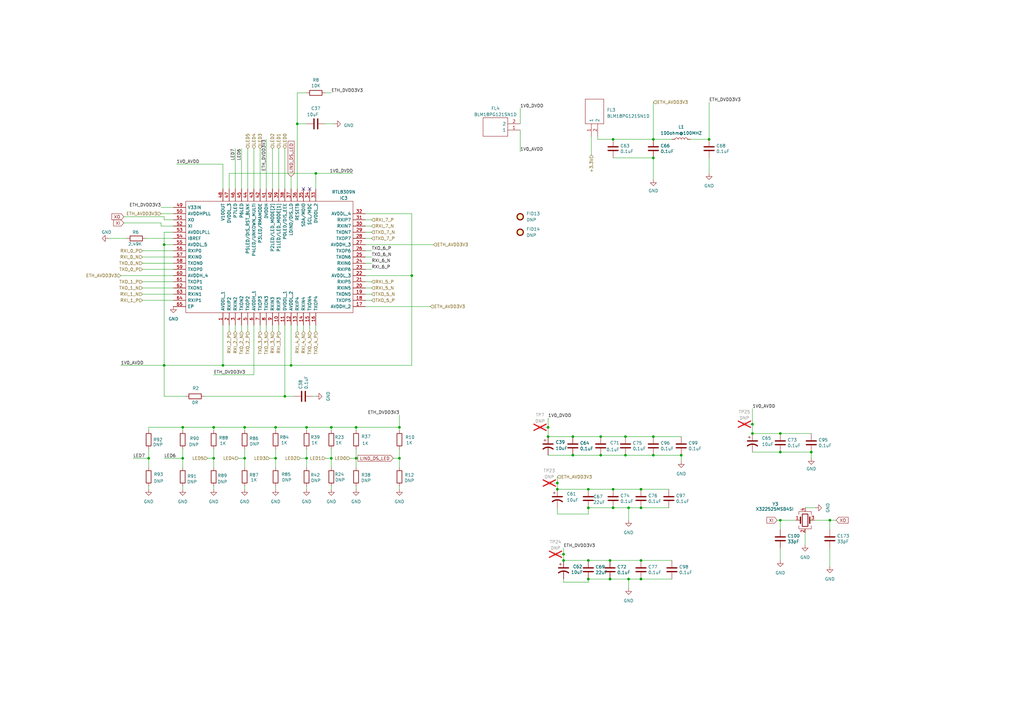
<source format=kicad_sch>
(kicad_sch (version 20231120) (generator "eeschema") (generator_version "8.0")
  (paper "A3")
  (lib_symbols
    (symbol "BLM18PG121SN1D:BLM18PG121SN1D" (pin_names (offset 0.762))
      (property "Reference" "FL" (at 16.51 7.62 0))
      (property "Value" "BLM18PG121SN1D" (at 16.51 5.08 0))
      (symbol "BLM18PG121SN1D_0_0"
        (pin passive line (at 0 0 0) (length 5.08) (name "1") (number "1"))
        (pin passive line (at 0 -2.54 0) (length 5.08) (name "2") (number "2"))
      )
      (symbol "BLM18PG121SN1D_0_1"
        (polyline (pts (xy 5.08 2.54) (xy 15.24 2.54) (xy 15.24 -5.08) (xy 5.08 -5.08) (xy 5.08 2.54)) (stroke (width 0.1524)))
      )
    )
    (symbol "Connector:TestPoint" (pin_numbers hide) (pin_names (offset 0.762) hide)
      (property "Reference" "TP" (at 0 6.858 0))
      (property "Value" "TestPoint" (at 0 5.08 0))
      (symbol "TestPoint_0_1"
        (circle (center 0 3.302) (radius 0.762))
      )
      (symbol "TestPoint_1_1"
        (pin passive line (at 0 0 90) (length 2.54) (name "1") (number "1"))
      )
    )
    (symbol "Device:C" (pin_numbers hide) (pin_names (offset 0.254))
      (property "Reference" "C" (at 0.635 2.54 0))
      (property "Value" "C" (at 0.635 -2.54 0))
      (symbol "C_0_1"
        (polyline (pts (xy -2.032 -0.762) (xy 2.032 -0.762)) (stroke (width 0.508)))
        (polyline (pts (xy -2.032 0.762) (xy 2.032 0.762)) (stroke (width 0.508)))
      )
      (symbol "C_1_1"
        (pin passive line (at 0 3.81 270) (length 2.794) (name "~") (number "1"))
        (pin passive line (at 0 -3.81 90) (length 2.794) (name "~") (number "2"))
      )
    )
    (symbol "Device:C_Polarized_US" (pin_numbers hide) (pin_names (offset 0.254) hide)
      (property "Reference" "C" (at 0.635 2.54 0))
      (property "Value" "C_Polarized_US" (at 0.635 -2.54 0))
      (symbol "C_Polarized_US_0_1"
        (polyline (pts (xy -2.032 0.762) (xy 2.032 0.762)) (stroke (width 0.508)))
        (polyline (pts (xy -1.778 2.286) (xy -0.762 2.286)))
        (polyline (pts (xy -1.27 1.778) (xy -1.27 2.794)))
        (arc (start 2.032 -1.27) (mid 0 -0.5572) (end -2.032 -1.27) (stroke (width 0.508)))
      )
      (symbol "C_Polarized_US_1_1"
        (pin passive line (at 0 3.81 270) (length 2.794) (name "~") (number "1"))
        (pin passive line (at 0 -3.81 90) (length 3.302) (name "~") (number "2"))
      )
    )
    (symbol "Device:Crystal_GND2" (pin_names (offset 1.016) hide)
      (property "Reference" "Y" (at -6.604 4.318 0))
      (property "Value" "Crystal_GND2" (at -10.414 -2.794 0))
      (symbol "Crystal_GND2_0_1"
        (rectangle (start -1.143 2.54) (end 1.143 -2.54) (stroke (width 0.3048)))
        (polyline (pts (xy -2.54 0) (xy -1.905 0)))
        (polyline (pts (xy -1.905 -1.27) (xy -1.905 1.27)) (stroke (width 0.508)))
        (polyline (pts (xy 0 -3.81) (xy 0 -3.556)))
        (polyline (pts (xy 0 3.81) (xy 0 3.556)))
        (polyline (pts (xy 1.905 0) (xy 2.54 0)))
        (polyline (pts (xy 1.905 1.27) (xy 1.905 -1.27)) (stroke (width 0.508)))
        (polyline (pts (xy -2.54 -2.286) (xy -2.54 -3.556) (xy 2.54 -3.556) (xy 2.54 -2.286)))
        (polyline (pts (xy 2.54 2.286) (xy 2.54 3.556) (xy -2.54 3.556) (xy -2.54 2.286)))
      )
      (symbol "Crystal_GND2_1_1"
        (pin passive line (at -3.81 0 0) (length 1.27) (name "1") (number "1"))
        (pin passive line (at 0 -5.08 90) (length 1.27) (name "2") (number "2"))
        (pin passive line (at 3.81 0 180) (length 1.27) (name "3") (number "3"))
        (pin passive line (at 0 5.08 270) (length 1.27) (name "4") (number "4"))
      )
    )
    (symbol "Device:L" (pin_numbers hide) (pin_names (offset 1.016) hide)
      (property "Reference" "L" (at -1.27 0 90))
      (property "Value" "L" (at 1.905 0 90))
      (symbol "L_0_1"
        (arc (start 0 -2.54) (mid 0.6323 -1.905) (end 0 -1.27))
        (arc (start 0 -1.27) (mid 0.6323 -0.635) (end 0 0))
        (arc (start 0 0) (mid 0.6323 0.635) (end 0 1.27))
        (arc (start 0 1.27) (mid 0.6323 1.905) (end 0 2.54))
      )
      (symbol "L_1_1"
        (pin passive line (at 0 3.81 270) (length 1.27) (name "1") (number "1"))
        (pin passive line (at 0 -3.81 90) (length 1.27) (name "2") (number "2"))
      )
    )
    (symbol "Device:R" (pin_numbers hide) (pin_names (offset 0))
      (property "Reference" "R" (at 2.032 0 90))
      (property "Value" "R" (at 0 0 90))
      (symbol "R_0_1"
        (rectangle (start -1.016 -2.54) (end 1.016 2.54) (stroke (width 0.254)))
      )
      (symbol "R_1_1"
        (pin passive line (at 0 3.81 270) (length 1.27) (name "~") (number "1"))
        (pin passive line (at 0 -3.81 90) (length 1.27) (name "~") (number "2"))
      )
    )
    (symbol "Mechanical:Fiducial"
      (property "Reference" "FID" (at 0 5.08 0))
      (property "Value" "Fiducial" (at 0 3.175 0))
      (symbol "Fiducial_0_1"
        (circle (center 0 0) (radius 1.27) (stroke (width 0.508)) (fill (type background)))
      )
    )
    (symbol "RTL8309N:RTL8309N" (pin_names (offset 0.762))
      (property "Reference" "IC" (at 52.07 20.32 0))
      (property "Value" "RTL8309N" (at 52.07 17.78 0))
      (symbol "RTL8309N_0_0"
        (pin passive line (at 0 0 0) (length 5.08) (name "AVDDL_1") (number "1"))
        (pin passive line (at 0 -22.86 0) (length 5.08) (name "RXIP3") (number "10"))
        (pin passive line (at 0 -25.4 0) (length 5.08) (name "DVDDL_1") (number "11"))
        (pin passive line (at 0 -27.94 0) (length 5.08) (name "AVDDL_2") (number "12"))
        (pin passive line (at 0 -30.48 0) (length 5.08) (name "RXIP4") (number "13"))
        (pin passive line (at 0 -33.02 0) (length 5.08) (name "RXIN4") (number "14"))
        (pin passive line (at 0 -35.56 0) (length 5.08) (name "TXON4") (number "15"))
        (pin passive line (at 0 -38.1 0) (length 5.08) (name "TXOP4") (number "16"))
        (pin passive line (at 7.62 -58.42 90) (length 5.08) (name "AVDDH_2") (number "17"))
        (pin passive line (at 10.16 -58.42 90) (length 5.08) (name "TXOP5") (number "18"))
        (pin passive line (at 12.7 -58.42 90) (length 5.08) (name "TXON5") (number "19"))
        (pin passive line (at 0 -2.54 0) (length 5.08) (name "RXIP2") (number "2"))
        (pin passive line (at 15.24 -58.42 90) (length 5.08) (name "RXIN5") (number "20"))
        (pin passive line (at 17.78 -58.42 90) (length 5.08) (name "RXIP5") (number "21"))
        (pin passive line (at 20.32 -58.42 90) (length 5.08) (name "AVDDL_3") (number "22"))
        (pin passive line (at 22.86 -58.42 90) (length 5.08) (name "RXIP6") (number "23"))
        (pin passive line (at 25.4 -58.42 90) (length 5.08) (name "RXIN6") (number "24"))
        (pin passive line (at 27.94 -58.42 90) (length 5.08) (name "TXON6") (number "25"))
        (pin passive line (at 30.48 -58.42 90) (length 5.08) (name "TXOP6") (number "26"))
        (pin passive line (at 33.02 -58.42 90) (length 5.08) (name "AVDDH_3") (number "27"))
        (pin passive line (at 35.56 -58.42 90) (length 5.08) (name "TXOP7") (number "28"))
        (pin passive line (at 38.1 -58.42 90) (length 5.08) (name "TXON7") (number "29"))
        (pin passive line (at 0 -5.08 0) (length 5.08) (name "RXIN2") (number "3"))
        (pin passive line (at 40.64 -58.42 90) (length 5.08) (name "RXIN7") (number "30"))
        (pin passive line (at 43.18 -58.42 90) (length 5.08) (name "RXIP7") (number "31"))
        (pin passive line (at 45.72 -58.42 90) (length 5.08) (name "AVDDL_4") (number "32"))
        (pin passive line (at 55.88 -38.1 180) (length 5.08) (name "DVDDL_2") (number "33"))
        (pin passive line (at 55.88 -35.56 180) (length 5.08) (name "SCL/MDC") (number "34"))
        (pin passive line (at 55.88 -33.02 180) (length 5.08) (name "SDA/MDIO") (number "35"))
        (pin passive line (at 55.88 -30.48 180) (length 5.08) (name "RESETB") (number "36"))
        (pin passive line (at 55.88 -27.94 180) (length 5.08) (name "LDIND/DIS_LD") (number "37"))
        (pin passive line (at 55.88 -25.4 180) (length 5.08) (name "P0LED/DIS_EEE") (number "38"))
        (pin passive line (at 55.88 -22.86 180) (length 5.08) (name "P1LED/LED_MODE[1]") (number "39"))
        (pin passive line (at 0 -7.62 0) (length 5.08) (name "TXON2") (number "4"))
        (pin passive line (at 55.88 -20.32 180) (length 5.08) (name "P2LED/LED_MODE[2]") (number "40"))
        (pin passive line (at 55.88 -17.78 180) (length 5.08) (name "DVDDH") (number "41"))
        (pin passive line (at 55.88 -15.24 180) (length 5.08) (name "P3LED/RMAMODE") (number "42"))
        (pin passive line (at 55.88 -12.7 180) (length 5.08) (name "P4LED/UNKOWN_MULTI") (number "43"))
        (pin passive line (at 55.88 -10.16 180) (length 5.08) (name "P5LED/DIS_RST_BLNK") (number "44"))
        (pin passive line (at 55.88 -7.62 180) (length 5.08) (name "P6LED") (number "45"))
        (pin passive line (at 55.88 -5.08 180) (length 5.08) (name "P7LED") (number "46"))
        (pin passive line (at 55.88 -2.54 180) (length 5.08) (name "DVDDL_3") (number "47"))
        (pin passive line (at 55.88 0 180) (length 5.08) (name "V10OUT") (number "48"))
        (pin passive line (at 48.26 20.32 270) (length 5.08) (name "V33IN") (number "49"))
        (pin passive line (at 0 -10.16 0) (length 5.08) (name "TXOP2") (number "5"))
        (pin passive line (at 45.72 20.32 270) (length 5.08) (name "AVDDHPLL") (number "50"))
        (pin passive line (at 43.18 20.32 270) (length 5.08) (name "XO") (number "51"))
        (pin passive line (at 40.64 20.32 270) (length 5.08) (name "XI") (number "52"))
        (pin passive line (at 38.1 20.32 270) (length 5.08) (name "AVDDLPLL") (number "53"))
        (pin passive line (at 35.56 20.32 270) (length 5.08) (name "IBREF") (number "54"))
        (pin passive line (at 33.02 20.32 270) (length 5.08) (name "AVDDL_5") (number "55"))
        (pin passive line (at 30.48 20.32 270) (length 5.08) (name "RXIP0") (number "56"))
        (pin passive line (at 27.94 20.32 270) (length 5.08) (name "RXIN0") (number "57"))
        (pin passive line (at 25.4 20.32 270) (length 5.08) (name "TXON0") (number "58"))
        (pin passive line (at 22.86 20.32 270) (length 5.08) (name "TXOP0") (number "59"))
        (pin passive line (at 0 -12.7 0) (length 5.08) (name "AVDDH_1") (number "6"))
        (pin passive line (at 20.32 20.32 270) (length 5.08) (name "AVDDH_4") (number "60"))
        (pin passive line (at 17.78 20.32 270) (length 5.08) (name "TXOP1") (number "61"))
        (pin passive line (at 15.24 20.32 270) (length 5.08) (name "TXON1") (number "62"))
        (pin passive line (at 12.7 20.32 270) (length 5.08) (name "RXIN1") (number "63"))
        (pin passive line (at 10.16 20.32 270) (length 5.08) (name "RXIP1") (number "64"))
        (pin passive line (at 7.62 20.32 270) (length 5.08) (name "EP") (number "65"))
        (pin passive line (at 0 -15.24 0) (length 5.08) (name "TXOP3") (number "7"))
        (pin passive line (at 0 -17.78 0) (length 5.08) (name "TXON3") (number "8"))
        (pin passive line (at 0 -20.32 0) (length 5.08) (name "RXIN3") (number "9"))
      )
      (symbol "RTL8309N_0_1"
        (polyline (pts (xy 5.08 15.24) (xy 50.8 15.24) (xy 50.8 -53.34) (xy 5.08 -53.34) (xy 5.08 15.24)) (stroke (width 0.1524)))
      )
    )
    (symbol "power:GND" (power) (pin_names (offset 0))
      (property "Value" "GND" (at 0 -3.81 0))
      (symbol "GND_0_1"
        (polyline (pts (xy 0 0) (xy 0 -1.27) (xy 1.27 -1.27) (xy 0 -2.54) (xy -1.27 -1.27) (xy 0 -1.27)))
      )
      (symbol "GND_1_1"
        (pin power_in line (at 0 0 270) (length 0) hide (name "GND") (number "1"))
      )
    )
  )
  (junction (at 267.97 64.77))
  (junction (at 251.46 57.15))
  (junction (at 135.89 175.26))
  (junction (at 308.61 177.8))
  (junction (at 256.54 179.07))
  (junction (at 146.05 175.26))
  (junction (at 224.79 175.26))
  (junction (at 135.89 187.96))
  (junction (at 250.19 237.49))
  (junction (at 231.14 227.33))
  (junction (at 113.03 187.96))
  (junction (at 234.95 186.69))
  (junction (at 241.3 200.66))
  (junction (at 116.84 162.56))
  (junction (at 234.95 179.07))
  (junction (at 168.91 113.03))
  (junction (at 267.97 57.15))
  (junction (at 340.36 213.36))
  (junction (at 119.38 149.86))
  (junction (at 74.93 175.26))
  (junction (at 163.83 175.26))
  (junction (at 262.89 208.28))
  (junction (at 87.63 187.96))
  (junction (at 267.97 179.07))
  (junction (at 163.83 187.96))
  (junction (at 100.33 175.26))
  (junction (at 308.61 173.99))
  (junction (at 267.97 186.69))
  (junction (at 231.14 229.87))
  (junction (at 262.89 229.87))
  (junction (at 100.33 187.96))
  (junction (at 228.6 200.66))
  (junction (at 251.46 208.28))
  (junction (at 241.3 208.28))
  (junction (at 246.38 179.07))
  (junction (at 256.54 186.69))
  (junction (at 121.92 50.8))
  (junction (at 320.04 185.42))
  (junction (at 241.3 237.49))
  (junction (at 125.73 187.96))
  (junction (at 91.44 149.86))
  (junction (at 67.31 149.86))
  (junction (at 125.73 175.26))
  (junction (at 224.79 179.07))
  (junction (at 60.96 187.96))
  (junction (at 332.74 185.42))
  (junction (at 320.04 213.36))
  (junction (at 251.46 200.66))
  (junction (at 262.89 237.49))
  (junction (at 246.38 186.69))
  (junction (at 113.03 175.26))
  (junction (at 257.81 237.49))
  (junction (at 87.63 175.26))
  (junction (at 320.04 177.8))
  (junction (at 250.19 229.87))
  (junction (at 290.83 57.15))
  (junction (at 262.89 200.66))
  (junction (at 146.05 187.96))
  (junction (at 74.93 187.96))
  (junction (at 241.3 229.87))
  (junction (at 129.54 71.12))
  (junction (at 67.31 100.33))
  (junction (at 228.6 198.12))
  (junction (at 257.81 208.28))
  (junction (at 279.4 186.69))
  (no_connect (at 127 77.47))
  (no_connect (at 124.46 77.47))
  (wire (pts (xy 71.12 95.25) (xy 67.31 95.25)))
  (wire (pts (xy 133.35 38.1) (xy 135.89 38.1)))
  (wire (pts (xy 54.61 187.96) (xy 60.96 187.96)))
  (wire (pts (xy 168.91 87.63) (xy 168.91 113.03)))
  (wire (pts (xy 100.33 175.26) (xy 113.03 175.26)))
  (wire (pts (xy 246.38 186.69) (xy 256.54 186.69)))
  (wire (pts (xy 241.3 237.49) (xy 250.19 237.49)))
  (wire (pts (xy 330.2 223.52) (xy 330.2 218.44)))
  (wire (pts (xy 58.42 105.41) (xy 71.12 105.41)))
  (wire (pts (xy 163.83 175.26) (xy 163.83 176.53)))
  (wire (pts (xy 129.54 71.12) (xy 129.54 77.47)))
  (wire (pts (xy 120.65 162.56) (xy 116.84 162.56)))
  (wire (pts (xy 241.3 238.76) (xy 241.3 237.49)))
  (wire (pts (xy 340.36 213.36) (xy 340.36 217.17)))
  (wire (pts (xy 152.4 107.95) (xy 149.86 107.95)))
  (wire (pts (xy 101.6 135.89) (xy 101.6 133.35)))
  (wire (pts (xy 124.46 135.89) (xy 124.46 133.35)))
  (wire (pts (xy 67.31 95.25) (xy 67.31 100.33)))
  (wire (pts (xy 66.04 87.63) (xy 71.12 87.63)))
  (wire (pts (xy 224.79 175.26) (xy 224.79 179.07)))
  (wire (pts (xy 116.84 133.35) (xy 116.84 162.56)))
  (wire (pts (xy 251.46 57.15) (xy 267.97 57.15)))
  (wire (pts (xy 231.14 227.33) (xy 231.14 229.87)))
  (wire (pts (xy 125.73 38.1) (xy 121.92 38.1)))
  (wire (pts (xy 133.35 187.96) (xy 135.89 187.96)))
  (wire (pts (xy 228.6 198.12) (xy 228.6 200.66)))
  (wire (pts (xy 74.93 175.26) (xy 87.63 175.26)))
  (wire (pts (xy 113.03 184.15) (xy 113.03 187.96)))
  (wire (pts (xy 74.93 187.96) (xy 74.93 191.77)))
  (wire (pts (xy 149.86 87.63) (xy 168.91 87.63)))
  (wire (pts (xy 308.61 177.8) (xy 320.04 177.8)))
  (wire (pts (xy 320.04 185.42) (xy 332.74 185.42)))
  (wire (pts (xy 101.6 60.96) (xy 101.6 77.47)))
  (wire (pts (xy 125.73 184.15) (xy 125.73 187.96)))
  (wire (pts (xy 114.3 60.96) (xy 114.3 77.47)))
  (wire (pts (xy 245.11 57.15) (xy 251.46 57.15)))
  (wire (pts (xy 96.52 135.89) (xy 96.52 133.35)))
  (wire (pts (xy 152.4 90.17) (xy 149.86 90.17)))
  (wire (pts (xy 228.6 195.58) (xy 228.6 198.12)))
  (wire (pts (xy 251.46 208.28) (xy 257.81 208.28)))
  (wire (pts (xy 224.79 171.45) (xy 224.79 175.26)))
  (wire (pts (xy 326.39 213.36) (xy 320.04 213.36)))
  (wire (pts (xy 163.83 170.18) (xy 163.83 175.26)))
  (wire (pts (xy 163.83 187.96) (xy 163.83 191.77)))
  (wire (pts (xy 67.31 162.56) (xy 67.31 149.86)))
  (wire (pts (xy 119.38 133.35) (xy 119.38 149.86)))
  (wire (pts (xy 106.68 135.89) (xy 106.68 133.35)))
  (wire (pts (xy 67.31 187.96) (xy 74.93 187.96)))
  (wire (pts (xy 123.19 187.96) (xy 125.73 187.96)))
  (wire (pts (xy 125.73 199.39) (xy 125.73 200.66)))
  (wire (pts (xy 231.14 237.49) (xy 231.14 238.76)))
  (wire (pts (xy 67.31 100.33) (xy 71.12 100.33)))
  (wire (pts (xy 256.54 186.69) (xy 267.97 186.69)))
  (wire (pts (xy 104.14 60.96) (xy 104.14 77.47)))
  (wire (pts (xy 116.84 60.96) (xy 116.84 77.47)))
  (wire (pts (xy 67.31 90.17) (xy 71.12 90.17)))
  (wire (pts (xy 100.33 187.96) (xy 100.33 191.77)))
  (wire (pts (xy 262.89 200.66) (xy 274.32 200.66)))
  (wire (pts (xy 168.91 149.86) (xy 119.38 149.86)))
  (wire (pts (xy 114.3 135.89) (xy 114.3 133.35)))
  (wire (pts (xy 60.96 175.26) (xy 60.96 176.53)))
  (wire (pts (xy 106.68 60.96) (xy 106.68 77.47)))
  (wire (pts (xy 250.19 237.49) (xy 257.81 237.49)))
  (wire (pts (xy 119.38 72.39) (xy 119.38 77.47)))
  (wire (pts (xy 245.11 55.88) (xy 245.11 57.15)))
  (wire (pts (xy 242.57 55.88) (xy 242.57 63.5)))
  (wire (pts (xy 257.81 208.28) (xy 262.89 208.28)))
  (wire (pts (xy 125.73 175.26) (xy 125.73 176.53)))
  (wire (pts (xy 241.3 208.28) (xy 251.46 208.28)))
  (wire (pts (xy 146.05 175.26) (xy 163.83 175.26)))
  (wire (pts (xy 152.4 92.71) (xy 149.86 92.71)))
  (wire (pts (xy 320.04 177.8) (xy 332.74 177.8)))
  (wire (pts (xy 146.05 199.39) (xy 146.05 200.66)))
  (wire (pts (xy 44.45 97.79) (xy 52.07 97.79)))
  (wire (pts (xy 318.77 213.36) (xy 320.04 213.36)))
  (wire (pts (xy 60.96 199.39) (xy 60.96 200.66)))
  (wire (pts (xy 332.74 185.42) (xy 332.74 187.96)))
  (wire (pts (xy 113.03 175.26) (xy 125.73 175.26)))
  (wire (pts (xy 267.97 186.69) (xy 279.4 186.69)))
  (wire (pts (xy 146.05 187.96) (xy 146.05 191.77)))
  (wire (pts (xy 234.95 179.07) (xy 246.38 179.07)))
  (wire (pts (xy 257.81 237.49) (xy 257.81 241.3)))
  (wire (pts (xy 152.4 102.87) (xy 149.86 102.87)))
  (wire (pts (xy 66.04 85.09) (xy 71.12 85.09)))
  (wire (pts (xy 87.63 199.39) (xy 87.63 200.66)))
  (wire (pts (xy 58.42 102.87) (xy 71.12 102.87)))
  (wire (pts (xy 228.6 200.66) (xy 241.3 200.66)))
  (wire (pts (xy 290.83 41.91) (xy 290.83 57.15)))
  (wire (pts (xy 135.89 184.15) (xy 135.89 187.96)))
  (wire (pts (xy 76.2 162.56) (xy 67.31 162.56)))
  (wire (pts (xy 127 135.89) (xy 127 133.35)))
  (wire (pts (xy 241.3 210.82) (xy 241.3 208.28)))
  (wire (pts (xy 67.31 100.33) (xy 67.31 149.86)))
  (wire (pts (xy 279.4 186.69) (xy 279.4 189.23)))
  (wire (pts (xy 83.82 162.56) (xy 116.84 162.56)))
  (wire (pts (xy 58.42 123.19) (xy 71.12 123.19)))
  (wire (pts (xy 308.61 173.99) (xy 308.61 177.8)))
  (wire (pts (xy 72.39 67.31) (xy 91.44 67.31)))
  (wire (pts (xy 163.83 184.15) (xy 163.83 187.96)))
  (wire (pts (xy 213.36 44.45) (xy 213.36 50.8)))
  (wire (pts (xy 59.69 97.79) (xy 71.12 97.79)))
  (wire (pts (xy 58.42 107.95) (xy 71.12 107.95)))
  (wire (pts (xy 231.14 229.87) (xy 241.3 229.87)))
  (wire (pts (xy 146.05 184.15) (xy 146.05 187.96)))
  (wire (pts (xy 87.63 184.15) (xy 87.63 187.96)))
  (wire (pts (xy 320.04 213.36) (xy 320.04 217.17)))
  (wire (pts (xy 93.98 77.47) (xy 93.98 71.12)))
  (wire (pts (xy 340.36 232.41) (xy 340.36 224.79)))
  (wire (pts (xy 50.8 91.44) (xy 66.04 91.44)))
  (wire (pts (xy 93.98 135.89) (xy 93.98 133.35)))
  (wire (pts (xy 250.19 229.87) (xy 262.89 229.87)))
  (wire (pts (xy 60.96 175.26) (xy 74.93 175.26)))
  (wire (pts (xy 251.46 200.66) (xy 262.89 200.66)))
  (wire (pts (xy 58.42 118.11) (xy 71.12 118.11)))
  (wire (pts (xy 49.53 113.03) (xy 71.12 113.03)))
  (wire (pts (xy 104.14 133.35) (xy 104.14 153.67)))
  (wire (pts (xy 231.14 238.76) (xy 241.3 238.76)))
  (wire (pts (xy 152.4 110.49) (xy 149.86 110.49)))
  (wire (pts (xy 58.42 110.49) (xy 71.12 110.49)))
  (wire (pts (xy 91.44 133.35) (xy 91.44 149.86)))
  (wire (pts (xy 74.93 199.39) (xy 74.93 200.66)))
  (wire (pts (xy 137.16 50.8) (xy 133.35 50.8)))
  (wire (pts (xy 111.76 60.96) (xy 111.76 77.47)))
  (wire (pts (xy 109.22 57.15) (xy 109.22 77.47)))
  (wire (pts (xy 163.83 199.39) (xy 163.83 200.66)))
  (wire (pts (xy 224.79 186.69) (xy 234.95 186.69)))
  (wire (pts (xy 100.33 199.39) (xy 100.33 200.66)))
  (wire (pts (xy 262.89 208.28) (xy 274.32 208.28)))
  (wire (pts (xy 135.89 187.96) (xy 135.89 191.77)))
  (wire (pts (xy 99.06 135.89) (xy 99.06 133.35)))
  (wire (pts (xy 129.54 71.12) (xy 144.78 71.12)))
  (wire (pts (xy 267.97 73.66) (xy 267.97 64.77)))
  (wire (pts (xy 97.79 187.96) (xy 100.33 187.96)))
  (wire (pts (xy 334.01 213.36) (xy 340.36 213.36)))
  (wire (pts (xy 161.29 187.96) (xy 163.83 187.96)))
  (wire (pts (xy 246.38 179.07) (xy 256.54 179.07)))
  (wire (pts (xy 96.52 60.96) (xy 96.52 77.47)))
  (wire (pts (xy 110.49 187.96) (xy 113.03 187.96)))
  (wire (pts (xy 241.3 200.66) (xy 251.46 200.66)))
  (wire (pts (xy 121.92 135.89) (xy 121.92 133.35)))
  (wire (pts (xy 121.92 38.1) (xy 121.92 50.8)))
  (wire (pts (xy 257.81 237.49) (xy 262.89 237.49)))
  (wire (pts (xy 152.4 105.41) (xy 149.86 105.41)))
  (wire (pts (xy 135.89 175.26) (xy 135.89 176.53)))
  (wire (pts (xy 119.38 149.86) (xy 91.44 149.86)))
  (wire (pts (xy 66.04 92.71) (xy 71.12 92.71)))
  (wire (pts (xy 149.86 95.25) (xy 152.4 95.25)))
  (wire (pts (xy 152.4 115.57) (xy 149.86 115.57)))
  (wire (pts (xy 213.36 53.34) (xy 213.36 62.23)))
  (wire (pts (xy 99.06 60.96) (xy 99.06 77.47)))
  (wire (pts (xy 100.33 184.15) (xy 100.33 187.96)))
  (wire (pts (xy 224.79 179.07) (xy 234.95 179.07)))
  (wire (pts (xy 87.63 175.26) (xy 100.33 175.26)))
  (wire (pts (xy 74.93 175.26) (xy 74.93 176.53)))
  (wire (pts (xy 152.4 120.65) (xy 149.86 120.65)))
  (wire (pts (xy 60.96 184.15) (xy 60.96 187.96)))
  (wire (pts (xy 334.4496 208.28) (xy 330.2 208.28)))
  (wire (pts (xy 129.54 135.89) (xy 129.54 133.35)))
  (wire (pts (xy 177.8 100.33) (xy 149.86 100.33)))
  (wire (pts (xy 125.73 175.26) (xy 135.89 175.26)))
  (wire (pts (xy 113.03 175.26) (xy 113.03 176.53)))
  (wire (pts (xy 152.4 118.11) (xy 149.86 118.11)))
  (wire (pts (xy 91.44 67.31) (xy 91.44 77.47)))
  (wire (pts (xy 308.61 167.64) (xy 308.61 173.99)))
  (wire (pts (xy 111.76 135.89) (xy 111.76 133.35)))
  (wire (pts (xy 49.53 149.86) (xy 67.31 149.86)))
  (wire (pts (xy 125.73 187.96) (xy 125.73 191.77)))
  (wire (pts (xy 251.46 64.77) (xy 267.97 64.77)))
  (wire (pts (xy 50.8 88.9) (xy 67.31 88.9)))
  (wire (pts (xy 320.04 229.87) (xy 320.04 224.79)))
  (wire (pts (xy 168.91 113.03) (xy 168.91 149.86)))
  (wire (pts (xy 340.36 213.36) (xy 342.9 213.36)))
  (wire (pts (xy 85.09 187.96) (xy 87.63 187.96)))
  (wire (pts (xy 91.44 149.86) (xy 67.31 149.86)))
  (wire (pts (xy 135.89 175.26) (xy 146.05 175.26)))
  (wire (pts (xy 146.05 175.26) (xy 146.05 176.53)))
  (wire (pts (xy 113.03 187.96) (xy 113.03 191.77)))
  (wire (pts (xy 152.4 123.19) (xy 149.86 123.19)))
  (wire (pts (xy 66.04 91.44) (xy 66.04 92.71)))
  (wire (pts (xy 275.59 57.15) (xy 267.97 57.15)))
  (wire (pts (xy 87.63 153.67) (xy 104.14 153.67)))
  (wire (pts (xy 58.42 115.57) (xy 71.12 115.57)))
  (wire (pts (xy 262.89 229.87) (xy 275.59 229.87)))
  (wire (pts (xy 152.4 97.79) (xy 149.86 97.79)))
  (wire (pts (xy 121.92 50.8) (xy 121.92 77.47)))
  (wire (pts (xy 234.95 186.69) (xy 246.38 186.69)))
  (wire (pts (xy 113.03 199.39) (xy 113.03 200.66)))
  (wire (pts (xy 228.6 210.82) (xy 241.3 210.82)))
  (wire (pts (xy 267.97 41.91) (xy 267.97 57.15)))
  (wire (pts (xy 290.83 57.15) (xy 283.21 57.15)))
  (wire (pts (xy 262.89 237.49) (xy 275.59 237.49)))
  (wire (pts (xy 67.31 88.9) (xy 67.31 90.17)))
  (wire (pts (xy 135.89 199.39) (xy 135.89 200.66)))
  (wire (pts (xy 100.33 175.26) (xy 100.33 176.53)))
  (wire (pts (xy 290.83 71.12) (xy 290.83 64.77)))
  (wire (pts (xy 257.81 213.36) (xy 257.81 208.28)))
  (wire (pts (xy 74.93 184.15) (xy 74.93 187.96)))
  (wire (pts (xy 168.91 113.03) (xy 149.86 113.03)))
  (wire (pts (xy 267.97 179.07) (xy 256.54 179.07)))
  (wire (pts (xy 267.97 179.07) (xy 279.4 179.07)))
  (wire (pts (xy 241.3 229.87) (xy 250.19 229.87)))
  (wire (pts (xy 176.53 125.73) (xy 149.86 125.73)))
  (wire (pts (xy 93.98 71.12) (xy 129.54 71.12)))
  (wire (pts (xy 125.73 50.8) (xy 121.92 50.8)))
  (wire (pts (xy 60.96 187.96) (xy 60.96 191.77)))
  (wire (pts (xy 129.54 162.56) (xy 128.27 162.56)))
  (wire (pts (xy 87.63 187.96) (xy 87.63 191.77)))
  (wire (pts (xy 58.42 120.65) (xy 71.12 120.65)))
  (wire (pts (xy 87.63 175.26) (xy 87.63 176.53)))
  (wire (pts (xy 228.6 208.28) (xy 228.6 210.82)))
  (wire (pts (xy 231.14 224.79) (xy 231.14 227.33)))
  (wire (pts (xy 308.61 185.42) (xy 320.04 185.42)))
  (wire (pts (xy 143.51 187.96) (xy 146.05 187.96)))
  (wire (pts (xy 109.22 135.89) (xy 109.22 133.35)))
  (label "LED7" (at 96.52 60.96 270))
  (label "LED6" (at 99.06 60.96 270))
  (label "1V0_AVDD" (at 308.61 167.64 0))
  (label "1V0_DVDD" (at 224.79 171.45 0))
  (label "TXO_6_N" (at 152.4 105.41 0))
  (label "LED6" (at 67.31 187.96 0))
  (label "1V0_AVDD" (at 49.53 149.86 0))
  (label "TXO_6_P" (at 152.4 102.87 0))
  (label "1V0_DVDD" (at 144.78 71.12 180))
  (label "ETH_DVDD3V3" (at 66.04 85.09 180))
  (label "ETH_DVDD3V3" (at 231.14 224.79 0))
  (label "1V0_AVDD" (at 72.39 67.31 0))
  (label "1V0_DVDD" (at 213.36 44.45 0))
  (label "ETH_DVDD3V3" (at 87.63 153.67 0))
  (label "RXI_6_N" (at 152.4 107.95 0))
  (label "ETH_DVDD3V3" (at 109.22 57.15 270))
  (label "ETH_DVDD3V3" (at 135.89 38.1 0))
  (label "LED7" (at 54.61 187.96 0))
  (label "RXI_6_P" (at 152.4 110.49 0))
  (label "ETH_DVDD3V3" (at 163.83 170.18 180))
  (label "ETH_DVDD3V3" (at 290.83 41.91 0))
  (label "1V0_AVDD" (at 213.36 62.23 0))
  (global_label "XO" (shape input) (at 50.8 88.9 180) (property "Intersheetrefs" "${INTERSHEET_REFS}" (effects (hide yes))))
  (global_label "XI" (shape input) (at 318.77 213.36 180) (property "Intersheetrefs" "${INTERSHEET_REFS}" (effects (hide yes))))
  (global_label "LIND_DS_LED" (shape input) (at 119.38 72.39 90) (property "Intersheetrefs" "${INTERSHEET_REFS}" (effects (hide yes))))
  (global_label "LIND_DS_LED" (shape input) (at 161.29 187.96 180) (property "Intersheetrefs" "${INTERSHEET_REFS}" (effects (hide yes))))
  (global_label "XI" (shape input) (at 50.8 91.44 180) (property "Intersheetrefs" "${INTERSHEET_REFS}" (effects (hide yes))))
  (global_label "XO" (shape input) (at 342.9 213.36 0) (property "Intersheetrefs" "${INTERSHEET_REFS}" (effects (hide yes))))
  (hierarchical_label "RXI_2_P" (shape input) (at 93.98 135.89 270) (property "Intersheetrefs" "${INTERSHEET_REFS}" (effects (hide yes))))
  (hierarchical_label "LED5" (shape input) (at 101.6 60.96 90))
  (hierarchical_label "TXO_2_N" (shape input) (at 99.06 135.89 270) (property "Intersheetrefs" "${INTERSHEET_REFS}" (effects (hide yes))))
  (hierarchical_label "LED0" (shape input) (at 143.51 187.96 180))
  (hierarchical_label "ETH_AVDD3V3" (shape input) (at 177.8 100.33 0))
  (hierarchical_label "RXI_2_N" (shape input) (at 96.52 135.89 270) (property "Intersheetrefs" "${INTERSHEET_REFS}" (effects (hide yes))))
  (hierarchical_label "LED0" (shape input) (at 116.84 60.96 90))
  (hierarchical_label "RXI_0_N" (shape input) (at 58.42 105.41 180) (property "Intersheetrefs" "${INTERSHEET_REFS}" (effects (hide yes))))
  (hierarchical_label "RXI_0_P" (shape input) (at 58.42 102.87 180) (property "Intersheetrefs" "${INTERSHEET_REFS}" (effects (hide yes))))
  (hierarchical_label "ETH_AVDD3V3" (shape input) (at 176.53 125.73 0))
  (hierarchical_label "TXO_0_N" (shape input) (at 58.42 107.95 180) (property "Intersheetrefs" "${INTERSHEET_REFS}" (effects (hide yes))))
  (hierarchical_label "RXI_4_N" (shape input) (at 124.46 135.89 270) (property "Intersheetrefs" "${INTERSHEET_REFS}" (effects (hide yes))))
  (hierarchical_label "ETH_AVDD3V3" (shape input) (at 66.04 87.63 180))
  (hierarchical_label "LED5" (shape input) (at 85.09 187.96 180))
  (hierarchical_label "ETH_AVDD3V3" (shape input) (at 49.53 113.03 180))
  (hierarchical_label "RXI_4_P" (shape input) (at 121.92 135.89 270) (property "Intersheetrefs" "${INTERSHEET_REFS}" (effects (hide yes))))
  (hierarchical_label "RXI_3_P" (shape input) (at 114.3 135.89 270) (property "Intersheetrefs" "${INTERSHEET_REFS}" (effects (hide yes))))
  (hierarchical_label "TXO_3_N" (shape input) (at 109.22 135.89 270) (property "Intersheetrefs" "${INTERSHEET_REFS}" (effects (hide yes))))
  (hierarchical_label "LED2" (shape input) (at 111.76 60.96 90))
  (hierarchical_label "TXO_0_P" (shape input) (at 58.42 110.49 180) (property "Intersheetrefs" "${INTERSHEET_REFS}" (effects (hide yes))))
  (hierarchical_label "TXO_4_P" (shape input) (at 129.54 135.89 270) (property "Intersheetrefs" "${INTERSHEET_REFS}" (effects (hide yes))))
  (hierarchical_label "TXO_3_P" (shape input) (at 106.68 135.89 270) (property "Intersheetrefs" "${INTERSHEET_REFS}" (effects (hide yes))))
  (hierarchical_label "LED1" (shape input) (at 114.3 60.96 90))
  (hierarchical_label "TXO_1_N" (shape input) (at 58.42 118.11 180) (property "Intersheetrefs" "${INTERSHEET_REFS}" (effects (hide yes))))
  (hierarchical_label "TXO_7_P" (shape input) (at 152.4 97.79 0) (property "Intersheetrefs" "${INTERSHEET_REFS}" (effects (hide yes))))
  (hierarchical_label "LED4" (shape input) (at 97.79 187.96 180))
  (hierarchical_label "LED3" (shape input) (at 106.68 60.96 90))
  (hierarchical_label "RXI_5_P" (shape input) (at 152.4 115.57 0) (property "Intersheetrefs" "${INTERSHEET_REFS}" (effects (hide yes))))
  (hierarchical_label "+3.3V" (shape input) (at 242.57 63.5 270))
  (hierarchical_label "TXO_5_P" (shape input) (at 152.4 123.19 0) (property "Intersheetrefs" "${INTERSHEET_REFS}" (effects (hide yes))))
  (hierarchical_label "RXI_1_P" (shape input) (at 58.42 123.19 180) (property "Intersheetrefs" "${INTERSHEET_REFS}" (effects (hide yes))))
  (hierarchical_label "TXO_2_P" (shape input) (at 101.6 135.89 270) (property "Intersheetrefs" "${INTERSHEET_REFS}" (effects (hide yes))))
  (hierarchical_label "RXI_7_N" (shape input) (at 152.4 92.71 0) (property "Intersheetrefs" "${INTERSHEET_REFS}" (effects (hide yes))))
  (hierarchical_label "RXI_5_N" (shape input) (at 152.4 118.11 0) (property "Intersheetrefs" "${INTERSHEET_REFS}" (effects (hide yes))))
  (hierarchical_label "RXI_7_P" (shape input) (at 152.4 90.17 0) (property "Intersheetrefs" "${INTERSHEET_REFS}" (effects (hide yes))))
  (hierarchical_label "RXI_3_N" (shape input) (at 111.76 135.89 270) (property "Intersheetrefs" "${INTERSHEET_REFS}" (effects (hide yes))))
  (hierarchical_label "LED2" (shape input) (at 123.19 187.96 180))
  (hierarchical_label "TXO_1_P" (shape input) (at 58.42 115.57 180) (property "Intersheetrefs" "${INTERSHEET_REFS}" (effects (hide yes))))
  (hierarchical_label "LED4" (shape input) (at 104.14 60.96 90))
  (hierarchical_label "TXO_4_N" (shape input) (at 127 135.89 270) (property "Intersheetrefs" "${INTERSHEET_REFS}" (effects (hide yes))))
  (hierarchical_label "TXO_5_N" (shape input) (at 152.4 120.65 0) (property "Intersheetrefs" "${INTERSHEET_REFS}" (effects (hide yes))))
  (hierarchical_label "RXI_1_N" (shape input) (at 58.42 120.65 180) (property "Intersheetrefs" "${INTERSHEET_REFS}" (effects (hide yes))))
  (hierarchical_label "LED3" (shape input) (at 110.49 187.96 180))
  (hierarchical_label "LED1" (shape input) (at 133.35 187.96 180))
  (hierarchical_label "TXO_7_N" (shape input) (at 152.4 95.25 0) (property "Intersheetrefs" "${INTERSHEET_REFS}" (effects (hide yes))))
  (hierarchical_label "ETH_AVDD3V3" (shape input) (at 267.97 41.91 0))
  (hierarchical_label "ETH_AVDD3V3" (shape input) (at 228.6 195.58 0))
  (symbol (lib_id "Device:C_Polarized_US") (at 228.6 204.47 0) (unit 1)
    (property "Reference" "C61" (at 232.41 202.5649 0) (effects (justify left)))
    (property "Value" "10uF" (at 232.41 205.1049 0) (effects (justify left)))
    (property "Footprint" "Capacitor_SMD:C_Elec_3x5.4" (effects (hide yes)))
    (property "Description" "Polarized capacitor, US symbol" (effects (hide yes)))
    (property "MPN" "UWX1C100MCL2GB" (effects (hide yes)))
  )
  (symbol (lib_id "Device:R") (at 87.63 180.34 180) (unit 1)
    (property "Reference" "R88" (at 91.694 179.578 0))
    (property "Value" "1K" (at 91.44 181.864 0))
    (property "Footprint" "Resistor_SMD:R_0603_1608Metric" (effects (hide yes)))
    (property "MPN" "0603WAF1001T5E" (effects (hide yes)))
  )
  (symbol (lib_id "Device:C") (at 250.19 233.68 0) (unit 1)
    (property "Reference" "C72" (at 253.111 232.5116 0) (effects (justify left)))
    (property "Value" "0.1uF" (at 253.111 234.823 0) (effects (justify left)))
    (property "Footprint" "Capacitor_SMD:C_0402_1005Metric" (effects (hide yes)))
  )
  (symbol (lib_id "Device:R") (at 113.03 195.58 180) (unit 1)
    (property "Reference" "R85" (at 117.348 194.564 0))
    (property "Value" "DNP" (at 117.602 196.85 0))
    (property "Footprint" "Resistor_SMD:R_0603_1608Metric" (effects (hide yes)))
  )
  (symbol (lib_id "power:GND") (at 334.4496 208.28 90) (unit 1)
    (property "Reference" "#PWR057" (effects (hide yes)))
    (property "Value" "GND" (at 339.5296 208.28 0))
  )
  (symbol (lib_id "Device:C") (at 320.04 181.61 0) (unit 1)
    (property "Reference" "C73" (at 322.961 180.4416 0) (effects (justify left)))
    (property "Value" "0.1uF" (at 322.961 182.753 0) (effects (justify left)))
    (property "Footprint" "Capacitor_SMD:C_0402_1005Metric" (effects (hide yes)))
  )
  (symbol (lib_id "Mechanical:Fiducial") (at 213.36 88.9 0) (unit 1)
    (property "Reference" "FID13" (at 215.9 87.6299 0) (effects (justify left)))
    (property "Value" "DNP" (at 215.9 90.1699 0) (effects (justify left)))
    (property "Footprint" "Fiducial:Fiducial_0.5mm_Mask1mm" (effects (hide yes)))
    (property "Description" "Fiducial Marker" (effects (hide yes)))
  )
  (symbol (lib_id "Device:C") (at 320.04 220.98 0) (unit 1)
    (property "Reference" "C100" (at 322.961 219.8116 0) (effects (justify left)))
    (property "Value" "33pF" (at 322.961 222.123 0) (effects (justify left)))
    (property "Footprint" "Capacitor_SMD:C_0603_1608Metric" (effects (hide yes)))
    (property "MPN" "CL10C330JB8NNNC" (effects (hide yes)))
  )
  (symbol (lib_id "Device:C") (at 124.46 162.56 90) (unit 1)
    (property "Reference" "C38" (at 123.2916 159.639 0) (effects (justify left)))
    (property "Value" "0.1uF" (at 125.603 159.639 0) (effects (justify left)))
    (property "Footprint" "Capacitor_SMD:C_0402_1005Metric" (effects (hide yes)))
  )
  (symbol (lib_id "power:GND") (at 330.2 223.52 0) (unit 1)
    (property "Reference" "#PWR056" (effects (hide yes)))
    (property "Value" "GND" (at 330.2 228.6 0))
  )
  (symbol (lib_id "Device:C") (at 241.3 233.68 0) (unit 1)
    (property "Reference" "C69" (at 244.221 232.5116 0) (effects (justify left)))
    (property "Value" "22uF" (at 244.221 234.823 0) (effects (justify left)))
    (property "Footprint" "Capacitor_SMD:C_0603_1608Metric" (effects (hide yes)))
    (property "MPN" "CL10A226MQ8NRNC" (effects (hide yes)))
  )
  (symbol (lib_id "Device:L") (at 279.4 57.15 90) (unit 1)
    (property "Reference" "L1" (at 279.4 52.07 90))
    (property "Value" "100ohm@100MHZ" (at 279.4 54.61 90))
    (property "Footprint" "Inductor_SMD:L_0603_1608Metric" (effects (hide yes)))
    (property "Description" "Inductor" (effects (hide yes)))
    (property "MPN" "CBW160808U101T" (effects (hide yes)))
  )
  (symbol (lib_id "Device:C") (at 256.54 182.88 0) (unit 1)
    (property "Reference" "C75" (at 259.461 181.7116 0) (effects (justify left)))
    (property "Value" "0.1uF" (at 259.461 184.023 0) (effects (justify left)))
    (property "Footprint" "Capacitor_SMD:C_0402_1005Metric" (effects (hide yes)))
  )
  (symbol (lib_id "Device:R") (at 163.83 180.34 180) (unit 1)
    (property "Reference" "R10" (at 168.148 179.324 0))
    (property "Value" "1K" (at 167.894 181.61 0))
    (property "Footprint" "Resistor_SMD:R_0603_1608Metric" (effects (hide yes)))
    (property "MPN" "0603WAF1001T5E" (effects (hide yes)))
  )
  (symbol (lib_id "Connector:TestPoint") (at 228.6 198.12 90) (unit 1) (dnp yes)
    (property "Reference" "TP23" (at 225.298 193.04 90))
    (property "Value" "DNP" (at 225.298 195.58 90))
    (property "Footprint" "TestPoint:TestPoint_Pad_1.0x1.0mm" (effects (hide yes)))
    (property "Description" "test point" (effects (hide yes)))
  )
  (symbol (lib_id "Device:C") (at 246.38 182.88 0) (unit 1)
    (property "Reference" "C71" (at 250.19 181.61 0) (effects (justify left)))
    (property "Value" "0.1uF" (at 248.666 184.404 0) (effects (justify left)))
    (property "Footprint" "Capacitor_SMD:C_0402_1005Metric" (effects (hide yes)))
  )
  (symbol (lib_id "power:GND") (at 113.03 200.66 0) (unit 1)
    (property "Reference" "#PWR019" (effects (hide yes)))
    (property "Value" "GND" (at 113.03 205.74 0))
  )
  (symbol (lib_id "Device:R") (at 125.73 180.34 180) (unit 1)
    (property "Reference" "R39" (at 129.286 179.324 0))
    (property "Value" "1K" (at 129.032 181.61 0))
    (property "Footprint" "Resistor_SMD:R_0603_1608Metric" (effects (hide yes)))
    (property "MPN" "0603WAF1001T5E" (effects (hide yes)))
  )
  (symbol (lib_id "Device:R") (at 135.89 195.58 180) (unit 1)
    (property "Reference" "R24" (at 139.192 194.564 0))
    (property "Value" "DNP" (at 139.446 196.85 0))
    (property "Footprint" "Resistor_SMD:R_0603_1608Metric" (effects (hide yes)))
  )
  (symbol (lib_id "power:GND") (at 87.63 200.66 0) (unit 1)
    (property "Reference" "#PWR021" (effects (hide yes)))
    (property "Value" "GND" (at 87.63 205.74 0))
  )
  (symbol (lib_id "power:GND") (at 71.12 125.73 0) (unit 1)
    (property "Reference" "#PWR034" (effects (hide yes)))
    (property "Value" "GND" (at 71.12 130.81 0))
  )
  (symbol (lib_id "power:GND") (at 267.97 73.66 0) (unit 1)
    (property "Reference" "#PWR03" (effects (hide yes)))
    (property "Value" "GND" (at 267.97 78.232 0))
  )
  (symbol (lib_id "Device:C_Polarized_US") (at 231.14 233.68 0) (unit 1)
    (property "Reference" "C62" (at 234.95 232.41 0) (effects (justify left)))
    (property "Value" "10uF" (at 234.188 234.696 0) (effects (justify left)))
    (property "Footprint" "Capacitor_SMD:C_Elec_3x5.4" (effects (hide yes)))
    (property "Description" "Polarized capacitor, US symbol" (effects (hide yes)))
    (property "MPN" "UWX1C100MCL2GB" (effects (hide yes)))
  )
  (symbol (lib_id "Device:C") (at 274.32 204.47 0) (unit 1)
    (property "Reference" "C97" (at 277.241 203.3016 0) (effects (justify left)))
    (property "Value" "0.1uF" (at 277.241 205.613 0) (effects (justify left)))
    (property "Footprint" "Capacitor_SMD:C_0402_1005Metric" (effects (hide yes)))
  )
  (symbol (lib_id "Device:C") (at 241.3 204.47 0) (unit 1)
    (property "Reference" "C67" (at 243.332 203.6826 0) (effects (justify left)))
    (property "Value" "22uF" (at 243.332 205.994 0) (effects (justify left)))
    (property "Footprint" "Capacitor_SMD:C_0603_1608Metric" (effects (hide yes)))
    (property "MPN" "CL10A226MQ8NRNC" (effects (hide yes)))
  )
  (symbol (lib_id "Device:R") (at 146.05 195.58 180) (unit 1)
    (property "Reference" "R38" (at 150.114 194.818 0))
    (property "Value" "DNP" (at 150.114 197.104 0))
    (property "Footprint" "Resistor_SMD:R_0603_1608Metric" (effects (hide yes)))
  )
  (symbol (lib_id "Device:C") (at 290.83 60.96 0) (unit 1)
    (property "Reference" "C68" (at 293.751 59.7916 0) (effects (justify left)))
    (property "Value" "0.1uF" (at 293.751 62.103 0) (effects (justify left)))
    (property "Footprint" "Capacitor_SMD:C_0402_1005Metric" (effects (hide yes)))
  )
  (symbol (lib_id "Device:R") (at 135.89 180.34 180) (unit 1)
    (property "Reference" "R23" (at 139.192 179.324 0))
    (property "Value" "1K" (at 138.938 181.61 0))
    (property "Footprint" "Resistor_SMD:R_0603_1608Metric" (effects (hide yes)))
    (property "MPN" "0603WAF1001T5E" (effects (hide yes)))
  )
  (symbol (lib_id "Device:R") (at 55.88 97.79 270) (unit 1)
    (property "Reference" "R6" (at 55.626 95.25 90))
    (property "Value" "2.49K " (at 55.88 100.076 90))
    (property "Footprint" "Resistor_SMD:R_0603_1608Metric" (effects (hide yes)))
    (property "MPN" "0603WAF2491T5E" (effects (hide yes)))
  )
  (symbol (lib_id "power:GND") (at 279.4 189.23 0) (unit 1)
    (property "Reference" "#PWR014" (effects (hide yes)))
    (property "Value" "GND" (at 279.4 194.31 0))
  )
  (symbol (lib_id "Device:C") (at 262.89 233.68 0) (unit 1)
    (property "Reference" "C77" (at 265.811 232.5116 0) (effects (justify left)))
    (property "Value" "0.1uF" (at 265.811 234.823 0) (effects (justify left)))
    (property "Footprint" "Capacitor_SMD:C_0402_1005Metric" (effects (hide yes)))
  )
  (symbol (lib_id "Device:C") (at 267.97 60.96 0) (unit 1)
    (property "Reference" "C66" (at 270.891 59.7916 0) (effects (justify left)))
    (property "Value" "0.1uF" (at 270.891 62.103 0) (effects (justify left)))
    (property "Footprint" "Capacitor_SMD:C_0402_1005Metric" (effects (hide yes)))
  )
  (symbol (lib_id "BLM18PG121SN1D:BLM18PG121SN1D") (at 213.36 53.34 180) (unit 1)
    (property "Reference" "FL4" (at 203.2 44.45 0))
    (property "Value" "BLM18PG121SN1D" (at 203.2 46.99 0))
    (property "Footprint" "Footprint:BLM18PG121SN1D" (effects (hide yes)))
    (property "Datasheet" "https://www.murata.com/en-us/products/productdetail?partno=BLM18PG121SN1%23" (effects (hide yes)))
    (property "Description" "Ferrite bead SMD 0603 120R 2A Murata Ferrite Bead (Chip Ferrite Bead), 1.6 x 0.8 x 0.8mm (0603), 120 impedance at 100 MHz" (effects (hide yes)))
    (property "Height" "0.95" (effects (hide yes)))
    (property "Manufacturer_Name" "Murata Electronics" (effects (hide yes)))
    (property "Manufacturer_Part_Number" "BLM18PG121SN1D" (effects (hide yes)))
    (property "Mouser Part Number" "81-BLM18PG121SN1D" (effects (hide yes)))
    (property "Mouser Price/Stock" "https://www.mouser.co.uk/ProductDetail/Murata-Electronics/BLM18PG121SN1D?qs=tY8e8KZalarVxhnmnUYZ1A%3D%3D" (effects (hide yes)))
    (property "Arrow Part Number" "BLM18PG121SN1D" (effects (hide yes)))
    (property "Arrow Price/Stock" "https://www.arrow.com/en/products/blm18pg121sn1d/murata-manufacturing?region=nac" (effects (hide yes)))
    (property "MPN" "BLM18PG121SN1D" (effects (hide yes)))
  )
  (symbol (lib_id "power:GND") (at 340.36 232.41 0) (unit 1)
    (property "Reference" "#PWR058" (effects (hide yes)))
    (property "Value" "GND" (at 340.36 237.49 0))
  )
  (symbol (lib_id "Mechanical:Fiducial") (at 213.36 95.25 0) (unit 1)
    (property "Reference" "FID14" (at 215.9 93.9799 0) (effects (justify left)))
    (property "Value" "DNP" (at 215.9 96.5199 0) (effects (justify left)))
    (property "Footprint" "Fiducial:Fiducial_0.5mm_Mask1mm" (effects (hide yes)))
    (property "Description" "Fiducial Marker" (effects (hide yes)))
  )
  (symbol (lib_id "Connector:TestPoint") (at 224.79 175.26 90) (unit 1) (dnp yes)
    (property "Reference" "TP7" (at 221.488 170.18 90))
    (property "Value" "DNP" (at 221.488 172.72 90))
    (property "Footprint" "TestPoint:TestPoint_Pad_1.0x1.0mm" (effects (hide yes)))
    (property "Description" "test point" (effects (hide yes)))
  )
  (symbol (lib_id "power:GND") (at 332.74 187.96 0) (unit 1)
    (property "Reference" "#PWR013" (effects (hide yes)))
    (property "Value" "GND" (at 332.74 192.278 0))
  )
  (symbol (lib_id "power:GND") (at 129.54 162.56 90) (unit 1)
    (property "Reference" "#PWR010" (effects (hide yes)))
    (property "Value" "GND" (at 134.62 162.56 0))
  )
  (symbol (lib_id "Device:C") (at 129.54 50.8 90) (unit 1)
    (property "Reference" "C37" (at 129.54 44.45 90))
    (property "Value" "10uF" (at 128.27 46.99 90))
    (property "Footprint" "Capacitor_SMD:C_0603_1608Metric" (effects (hide yes)))
    (property "MPN" "CL10A106MO8NQNC" (effects (hide yes)))
  )
  (symbol (lib_id "Device:C") (at 340.36 220.98 0) (unit 1)
    (property "Reference" "C173" (at 343.281 219.8116 0) (effects (justify left)))
    (property "Value" "33pF" (at 343.281 222.123 0) (effects (justify left)))
    (property "Footprint" "Capacitor_SMD:C_0603_1608Metric" (effects (hide yes)))
    (property "MPN" "CL10C330JB8NNNC" (effects (hide yes)))
  )
  (symbol (lib_id "power:GND") (at 146.05 200.66 0) (unit 1)
    (property "Reference" "#PWR017" (effects (hide yes)))
    (property "Value" "GND" (at 146.05 205.74 0))
  )
  (symbol (lib_id "power:GND") (at 100.33 200.66 0) (unit 1)
    (property "Reference" "#PWR020" (effects (hide yes)))
    (property "Value" "GND" (at 100.33 205.74 0))
  )
  (symbol (lib_id "Connector:TestPoint") (at 231.14 227.33 90) (unit 1) (dnp yes)
    (property "Reference" "TP24" (at 227.838 222.25 90))
    (property "Value" "DNP" (at 227.838 224.79 90))
    (property "Footprint" "TestPoint:TestPoint_Pad_1.0x1.0mm" (effects (hide yes)))
    (property "Description" "test point" (effects (hide yes)))
  )
  (symbol (lib_id "Device:C") (at 279.4 182.88 0) (unit 1)
    (property "Reference" "C99" (at 282.321 181.7116 0) (effects (justify left)))
    (property "Value" "0.1uF" (at 282.321 184.023 0) (effects (justify left)))
    (property "Footprint" "Capacitor_SMD:C_0402_1005Metric" (effects (hide yes)))
  )
  (symbol (lib_id "Device:R") (at 100.33 195.58 180) (unit 1)
    (property "Reference" "R87" (at 104.14 194.818 0))
    (property "Value" "1K" (at 104.14 196.85 0))
    (property "Footprint" "Resistor_SMD:R_0603_1608Metric" (effects (hide yes)))
    (property "MPN" "0603WAF1001T5E" (effects (hide yes)))
  )
  (symbol (lib_id "Device:R") (at 74.93 195.58 180) (unit 1)
    (property "Reference" "R91" (at 78.74 195.326 0))
    (property "Value" "DNP" (at 78.74 197.612 0))
    (property "Footprint" "Resistor_SMD:R_0603_1608Metric" (effects (hide yes)))
  )
  (symbol (lib_id "power:GND") (at 74.93 200.66 0) (unit 1)
    (property "Reference" "#PWR035" (effects (hide yes)))
    (property "Value" "GND" (at 74.93 205.74 0))
  )
  (symbol (lib_id "power:GND") (at 290.83 71.12 0) (unit 1)
    (property "Reference" "#PWR08" (effects (hide yes)))
    (property "Value" "GND" (at 290.83 76.2 0))
  )
  (symbol (lib_id "Device:C") (at 251.46 204.47 0) (unit 1)
    (property "Reference" "C74" (at 254.381 203.3016 0) (effects (justify left)))
    (property "Value" "0.1uF" (at 254.381 205.613 0) (effects (justify left)))
    (property "Footprint" "Capacitor_SMD:C_0402_1005Metric" (effects (hide yes)))
  )
  (symbol (lib_id "power:GND") (at 163.83 200.66 0) (unit 1)
    (property "Reference" "#PWR011" (effects (hide yes)))
    (property "Value" "GND" (at 163.83 205.74 0))
  )
  (symbol (lib_id "Device:R") (at 74.93 180.34 180) (unit 1)
    (property "Reference" "R90" (at 79.756 179.832 0))
    (property "Value" "DNP" (at 79.502 182.372 0))
    (property "Footprint" "Resistor_SMD:R_0603_1608Metric" (effects (hide yes)))
  )
  (symbol (lib_id "Device:R") (at 163.83 195.58 180) (unit 1)
    (property "Reference" "R12" (at 167.894 194.818 0))
    (property "Value" "DNP" (at 167.894 197.104 0))
    (property "Footprint" "Resistor_SMD:R_0603_1608Metric" (effects (hide yes)))
  )
  (symbol (lib_id "Device:C") (at 251.46 60.96 0) (unit 1)
    (property "Reference" "C63" (at 254.381 59.7916 0) (effects (justify left)))
    (property "Value" "0.1uF" (at 254.381 62.103 0) (effects (justify left)))
    (property "Footprint" "Capacitor_SMD:C_0402_1005Metric" (effects (hide yes)))
  )
  (symbol (lib_id "Device:C_Polarized_US") (at 224.79 182.88 0) (unit 1)
    (property "Reference" "C39" (at 227.838 181.356 0) (effects (justify left)))
    (property "Value" "10uF" (at 227.838 183.896 0) (effects (justify left)))
    (property "Footprint" "Capacitor_SMD:C_Elec_3x5.4" (effects (hide yes)))
    (property "Description" "Polarized capacitor, US symbol" (effects (hide yes)))
    (property "MPN" "UWX1C100MCL2GB" (effects (hide yes)))
  )
  (symbol (lib_id "power:GND") (at 257.81 213.36 0) (unit 1)
    (property "Reference" "#PWR02" (effects (hide yes)))
    (property "Value" "GND" (at 257.81 218.44 0))
  )
  (symbol (lib_id "Device:Crystal_GND2") (at 330.2 213.36 0) (unit 1)
    (property "Reference" "Y3" (at 318.008 206.756 0))
    (property "Value" "X322525MSB4SI" (at 317.754 208.788 0))
    (property "Footprint" "Crystal:Crystal_SMD_3225-4Pin_3.2x2.5mm" (effects (hide yes)))
    (property "Description" "Three pin crystal, GND on pin 2" (effects (hide yes)))
    (property "MPN" "X322525MSB4SI" (effects (hide yes)))
  )
  (symbol (lib_id "Device:C") (at 262.89 204.47 0) (unit 1)
    (property "Reference" "C76" (at 265.811 203.3016 0) (effects (justify left)))
    (property "Value" "0.1uF" (at 265.811 205.613 0) (effects (justify left)))
    (property "Footprint" "Capacitor_SMD:C_0402_1005Metric" (effects (hide yes)))
  )
  (symbol (lib_id "power:GND") (at 60.96 200.66 0) (unit 1)
    (property "Reference" "#PWR036" (effects (hide yes)))
    (property "Value" "GND" (at 60.96 205.74 0))
  )
  (symbol (lib_id "Device:C") (at 275.59 233.68 0) (unit 1)
    (property "Reference" "C98" (at 278.511 232.5116 0) (effects (justify left)))
    (property "Value" "0.1uF" (at 278.511 234.823 0) (effects (justify left)))
    (property "Footprint" "Capacitor_SMD:C_0402_1005Metric" (effects (hide yes)))
  )
  (symbol (lib_id "power:GND") (at 320.04 229.87 0) (unit 1)
    (property "Reference" "#PWR015" (effects (hide yes)))
    (property "Value" "GND" (at 320.04 234.95 0))
  )
  (symbol (lib_id "Device:R") (at 113.03 180.34 180) (unit 1)
    (property "Reference" "R84" (at 116.586 179.324 0))
    (property "Value" "1K" (at 116.586 181.61 0))
    (property "Footprint" "Resistor_SMD:R_0603_1608Metric" (effects (hide yes)))
    (property "MPN" "0603WAF1001T5E" (effects (hide yes)))
  )
  (symbol (lib_id "Device:R") (at 60.96 180.34 180) (unit 1)
    (property "Reference" "R92" (at 64.77 180.34 0))
    (property "Value" "DNP" (at 64.77 182.372 0))
    (property "Footprint" "Resistor_SMD:R_0603_1608Metric" (effects (hide yes)))
  )
  (symbol (lib_id "Device:C_Polarized_US") (at 308.61 181.61 0) (unit 1)
    (property "Reference" "C65" (at 312.42 179.7049 0) (effects (justify left)))
    (property "Value" "10uF" (at 312.42 182.2449 0) (effects (justify left)))
    (property "Footprint" "Capacitor_SMD:C_Elec_3x5.4" (effects (hide yes)))
    (property "Description" "Polarized capacitor, US symbol" (effects (hide yes)))
    (property "MPN" "UWX1C100MCL2GB" (effects (hide yes)))
  )
  (symbol (lib_id "power:GND") (at 44.45 97.79 270) (unit 1)
    (property "Reference" "#PWR01" (effects (hide yes)))
    (property "Value" "GND" (at 45.72 95.25 90) (effects (justify right)))
  )
  (symbol (lib_id "Device:C") (at 332.74 181.61 0) (unit 1)
    (property "Reference" "C95" (at 335.661 180.4416 0) (effects (justify left)))
    (property "Value" "0.1uF" (at 335.661 182.753 0) (effects (justify left)))
    (property "Footprint" "Capacitor_SMD:C_0402_1005Metric" (effects (hide yes)))
  )
  (symbol (lib_id "power:GND") (at 125.73 200.66 0) (unit 1)
    (property "Reference" "#PWR018" (effects (hide yes)))
    (property "Value" "GND" (at 125.73 205.74 0))
  )
  (symbol (lib_id "Device:R") (at 129.54 38.1 270) (unit 1)
    (property "Reference" "R8" (at 129.54 32.8422 90))
    (property "Value" "10K" (at 129.54 35.1536 90))
    (property "Footprint" "Resistor_SMD:R_0603_1608Metric" (effects (hide yes)))
    (property "MPN" "0603WAF1002T5E" (effects (hide yes)))
  )
  (symbol (lib_id "Device:C") (at 267.97 182.88 0) (unit 1)
    (property "Reference" "C96" (at 270.891 181.7116 0) (effects (justify left)))
    (property "Value" "0.1uF" (at 270.891 184.023 0) (effects (justify left)))
    (property "Footprint" "Capacitor_SMD:C_0402_1005Metric" (effects (hide yes)))
  )
  (symbol (lib_id "power:GND") (at 137.16 50.8 90) (unit 1)
    (property "Reference" "#PWR09" (effects (hide yes)))
    (property "Value" "GND" (at 140.97 51.435 90) (effects (justify right)))
  )
  (symbol (lib_id "BLM18PG121SN1D:BLM18PG121SN1D") (at 242.57 55.88 90) (unit 1)
    (property "Reference" "FL3" (at 248.92 45.085 90) (effects (justify right)))
    (property "Value" "BLM18PG121SN1D" (at 248.92 47.625 90) (effects (justify right)))
    (property "Footprint" "Footprint:BLM18PG121SN1D" (effects (hide yes)))
    (property "Datasheet" "https://www.murata.com/en-us/products/productdetail?partno=BLM18PG121SN1%23" (effects (hide yes)))
    (property "Description" "Ferrite bead SMD 0603 120R 2A Murata Ferrite Bead (Chip Ferrite Bead), 1.6 x 0.8 x 0.8mm (0603), 120 impedance at 100 MHz" (effects (hide yes)))
    (property "Height" "0.95" (effects (hide yes)))
    (property "Manufacturer_Name" "Murata Electronics" (effects (hide yes)))
    (property "Manufacturer_Part_Number" "BLM18PG121SN1D" (effects (hide yes)))
    (property "Mouser Part Number" "81-BLM18PG121SN1D" (effects (hide yes)))
    (property "Mouser Price/Stock" "https://www.mouser.co.uk/ProductDetail/Murata-Electronics/BLM18PG121SN1D?qs=tY8e8KZalarVxhnmnUYZ1A%3D%3D" (effects (hide yes)))
    (property "Arrow Part Number" "BLM18PG121SN1D" (effects (hide yes)))
    (property "Arrow Price/Stock" "https://www.arrow.com/en/products/blm18pg121sn1d/murata-manufacturing?region=nac" (effects (hide yes)))
    (property "MPN" "BLM18PG121SN1D" (effects (hide yes)))
  )
  (symbol (lib_id "power:GND") (at 135.89 200.66 0) (unit 1)
    (property "Reference" "#PWR016" (effects (hide yes)))
    (property "Value" "GND" (at 135.89 205.74 0))
  )
  (symbol (lib_id "Device:C") (at 234.95 182.88 0) (unit 1)
    (property "Reference" "C64" (at 237.871 181.7116 0) (effects (justify left)))
    (property "Value" "0.1uF" (at 237.871 184.023 0) (effects (justify left)))
    (property "Footprint" "Capacitor_SMD:C_0402_1005Metric" (effects (hide yes)))
  )
  (symbol (lib_id "Device:R") (at 125.73 195.58 180) (unit 1)
    (property "Reference" "R42" (at 129.286 194.818 0))
    (property "Value" "DNP" (at 129.54 197.104 0))
    (property "Footprint" "Resistor_SMD:R_0603_1608Metric" (effects (hide yes)))
  )
  (symbol (lib_id "power:GND") (at 257.81 241.3 0) (unit 1)
    (property "Reference" "#PWR012" (effects (hide yes)))
    (property "Value" "GND" (at 257.81 246.38 0))
  )
  (symbol (lib_id "Device:R") (at 60.96 195.58 180) (unit 1)
    (property "Reference" "R93" (at 65.024 194.564 0))
    (property "Value" "DNP" (at 65.024 197.358 0))
    (property "Footprint" "Resistor_SMD:R_0603_1608Metric" (effects (hide yes)))
  )
  (symbol (lib_id "Device:R") (at 146.05 180.34 180) (unit 1)
    (property "Reference" "R37" (at 150.114 179.07 0))
    (property "Value" "1K" (at 149.86 181.864 0))
    (property "Footprint" "Resistor_SMD:R_0603_1608Metric" (effects (hide yes)))
    (property "MPN" "0603WAF1001T5E" (effects (hide yes)))
  )
  (symbol (lib_id "Connector:TestPoint") (at 308.61 173.99 90) (unit 1) (dnp yes)
    (property "Reference" "TP25" (at 305.308 168.91 90))
    (property "Value" "DNP" (at 305.308 171.45 90))
    (property "Footprint" "TestPoint:TestPoint_Pad_1.0x1.0mm" (effects (hide yes)))
    (property "Description" "test point" (effects (hide yes)))
  )
  (symbol (lib_id "RTL8309N:RTL8309N") (at 91.44 133.35 90) (unit 1)
    (property "Reference" "IC3" (at 140.97 81.28 90))
    (property "Value" "RTL8309N" (at 140.97 78.74 90))
    (property "Footprint" "Library:RTL8309N" (effects (hide yes)))
    (property "Datasheet" "https://datasheetspdf.com/pdf-file/1018050/RealtekMicroelectronics/RTL8309N/1" (effects (hide yes)))
    (property "Description" "SINGLE-CHIP 8-PORT 10/100MBPS ETHERNET SWITCH CONTROLLER" (effects (hide yes)))
    (property "Height" "0.9" (effects (hide yes)))
    (property "Manufacturer_Name" "Realtek" (effects (hide yes)))
    (property "Manufacturer_Part_Number" "RTL8309N" (effects (hide yes)))
    (property "MPN" "RTL8309N-VB-CG" (effects (hide yes)))
  )
  (symbol (lib_id "Device:R") (at 80.01 162.56 270) (unit 1)
    (property "Reference" "R2" (at 80.264 159.258 90))
    (property "Value" "0R" (at 80.01 165.1 90))
    (property "Footprint" "Resistor_SMD:R_0603_1608Metric" (effects (hide yes)))
    (property "MPN" "0603WAF0000T5E" (effects (hide yes)))
  )
  (symbol (lib_id "Device:R") (at 100.33 180.34 180) (unit 1)
    (property "Reference" "R86" (at 104.14 179.832 0))
    (property "Value" "DNP" (at 104.394 182.118 0))
    (property "Footprint" "Resistor_SMD:R_0603_1608Metric" (effects (hide yes)))
  )
  (symbol (lib_id "Device:R") (at 87.63 195.58 180) (unit 1)
    (property "Reference" "R89" (at 91.186 195.072 0))
    (property "Value" "DNP" (at 91.186 197.612 0))
    (property "Footprint" "Resistor_SMD:R_0603_1608Metric" (effects (hide yes)))
  )
)
</source>
